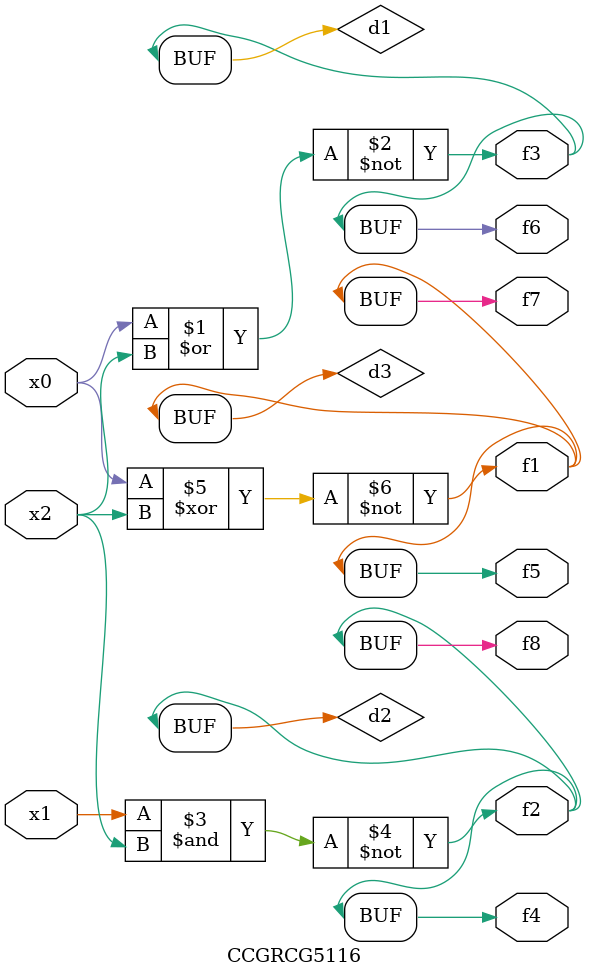
<source format=v>
module CCGRCG5116(
	input x0, x1, x2,
	output f1, f2, f3, f4, f5, f6, f7, f8
);

	wire d1, d2, d3;

	nor (d1, x0, x2);
	nand (d2, x1, x2);
	xnor (d3, x0, x2);
	assign f1 = d3;
	assign f2 = d2;
	assign f3 = d1;
	assign f4 = d2;
	assign f5 = d3;
	assign f6 = d1;
	assign f7 = d3;
	assign f8 = d2;
endmodule

</source>
